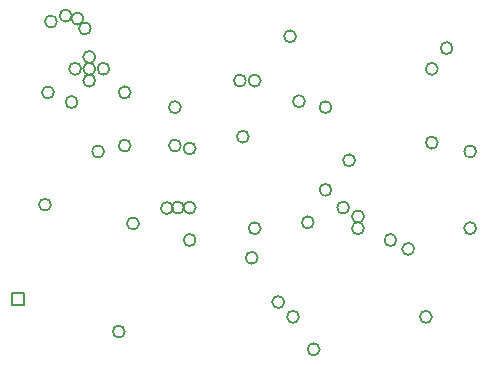
<source format=gbr>
%TF.GenerationSoftware,Altium Limited,Altium Designer,18.1.9 (240)*%
G04 Layer_Color=2752767*
%FSLAX26Y26*%
%MOIN*%
%TF.FileFunction,Drawing*%
%TF.Part,Single*%
G01*
G75*
%TA.AperFunction,NonConductor*%
%ADD88C,0.005000*%
%ADD89C,0.006667*%
D88*
X147323Y255591D02*
Y295591D01*
X187323D01*
Y255591D01*
X147323D01*
D89*
X569440Y527854D02*
G03*
X569440Y527854I-20000J0D01*
G01*
X275906Y590551D02*
G03*
X275906Y590551I-20000J0D01*
G01*
X682308Y579169D02*
G03*
X682308Y579169I-20000J0D01*
G01*
X718817Y580707D02*
G03*
X718817Y580707I-20000J0D01*
G01*
X408858Y1177933D02*
G03*
X408858Y1177933I-20000J0D01*
G01*
X384173Y1210630D02*
G03*
X384173Y1210630I-20000J0D01*
G01*
X364488Y932294D02*
G03*
X364488Y932294I-20000J0D01*
G01*
X541654Y964567D02*
G03*
X541654Y964567I-20000J0D01*
G01*
X285748D02*
G03*
X285748Y964567I-20000J0D01*
G01*
X344803Y1220472D02*
G03*
X344803Y1220472I-20000J0D01*
G01*
X453071Y767716D02*
G03*
X453071Y767716I-20000J0D01*
G01*
X1289685Y738189D02*
G03*
X1289685Y738189I-20000J0D01*
G01*
X1565276Y797244D02*
G03*
X1565276Y797244I-20000J0D01*
G01*
X758189Y777559D02*
G03*
X758189Y777559I-20000J0D01*
G01*
X935354Y816929D02*
G03*
X935354Y816929I-20000J0D01*
G01*
X1122362Y935039D02*
G03*
X1122362Y935039I-20000J0D01*
G01*
X1151890Y531496D02*
G03*
X1151890Y531496I-20000J0D01*
G01*
X1427480Y472441D02*
G03*
X1427480Y472441I-20000J0D01*
G01*
X1319213Y551181D02*
G03*
X1319213Y551181I-20000J0D01*
G01*
Y511811D02*
G03*
X1319213Y511811I-20000J0D01*
G01*
X1614488Y1112205D02*
G03*
X1614488Y1112205I-20000J0D01*
G01*
X295591Y1200787D02*
G03*
X295591Y1200787I-20000J0D01*
G01*
X1270000Y580709D02*
G03*
X1270000Y580709I-20000J0D01*
G01*
X1486535Y442913D02*
G03*
X1486535Y442913I-20000J0D01*
G01*
X1545591Y216535D02*
G03*
X1545591Y216535I-20000J0D01*
G01*
X1210945Y639764D02*
G03*
X1210945Y639764I-20000J0D01*
G01*
Y915354D02*
G03*
X1210945Y915354I-20000J0D01*
G01*
X1092835Y1151575D02*
G03*
X1092835Y1151575I-20000J0D01*
G01*
X758189Y580709D02*
G03*
X758189Y580709I-20000J0D01*
G01*
Y472441D02*
G03*
X758189Y472441I-20000J0D01*
G01*
X1102677Y216535D02*
G03*
X1102677Y216535I-20000J0D01*
G01*
X1171575Y108268D02*
G03*
X1171575Y108268I-20000J0D01*
G01*
X521968Y167323D02*
G03*
X521968Y167323I-20000J0D01*
G01*
X964882Y413386D02*
G03*
X964882Y413386I-20000J0D01*
G01*
X708976Y915354D02*
G03*
X708976Y915354I-20000J0D01*
G01*
Y787402D02*
G03*
X708976Y787402I-20000J0D01*
G01*
X541654D02*
G03*
X541654Y787402I-20000J0D01*
G01*
X1693228Y767716D02*
G03*
X1693228Y767716I-20000J0D01*
G01*
Y511811D02*
G03*
X1693228Y511811I-20000J0D01*
G01*
X1053465Y265748D02*
G03*
X1053465Y265748I-20000J0D01*
G01*
X1565276Y1043307D02*
G03*
X1565276Y1043307I-20000J0D01*
G01*
X974724Y511811D02*
G03*
X974724Y511811I-20000J0D01*
G01*
X925512Y1003937D02*
G03*
X925512Y1003937I-20000J0D01*
G01*
X974724D02*
G03*
X974724Y1003937I-20000J0D01*
G01*
X423543Y1043307D02*
G03*
X423543Y1043307I-20000J0D01*
G01*
Y1003937D02*
G03*
X423543Y1003937I-20000J0D01*
G01*
Y1082677D02*
G03*
X423543Y1082677I-20000J0D01*
G01*
X470787Y1043307D02*
G03*
X470787Y1043307I-20000J0D01*
G01*
X376299D02*
G03*
X376299Y1043307I-20000J0D01*
G01*
%TF.MD5,36445b2f7f32d7f5857744c6615c5a56*%
M02*

</source>
